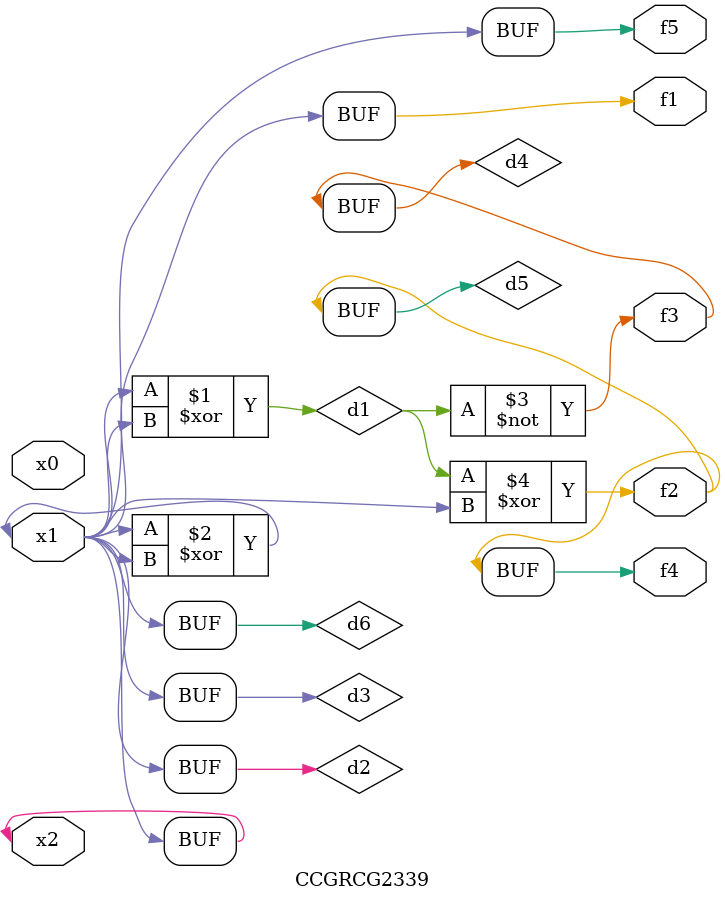
<source format=v>
module CCGRCG2339(
	input x0, x1, x2,
	output f1, f2, f3, f4, f5
);

	wire d1, d2, d3, d4, d5, d6;

	xor (d1, x1, x2);
	buf (d2, x1, x2);
	xor (d3, x1, x2);
	nor (d4, d1);
	xor (d5, d1, d2);
	buf (d6, d2, d3);
	assign f1 = d6;
	assign f2 = d5;
	assign f3 = d4;
	assign f4 = d5;
	assign f5 = d6;
endmodule

</source>
